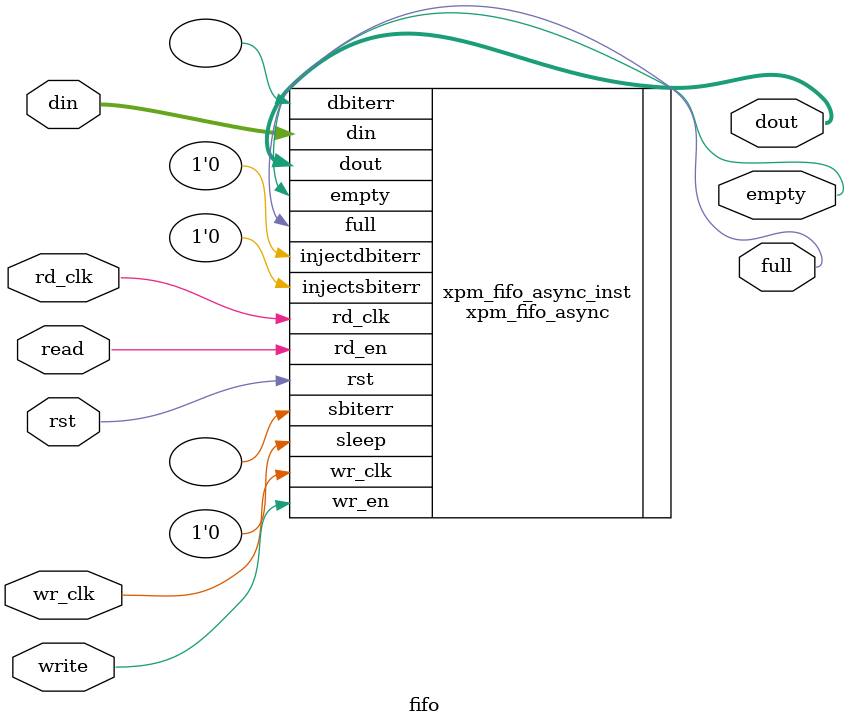
<source format=v>
`timescale 1ns / 1ps

module fifo #(
    parameter DEPTH=16,
    parameter WIDTH=32,
    parameter IS_ASYNC=0,
	parameter ADDR_WIDTH = log2(DEPTH),
    parameter FIFO_TYPE = (DEPTH*WIDTH > 32*32) ? "block" : "distributed"
    ) (
    input wr_clk,
    input [WIDTH-1:0] din,
    input write,
    output full, 
    output [WIDTH-1:0] dout,
    input read,
    output empty,
    input rd_clk,
    input rst
    );
    
    function integer log2(input integer x);
        integer i;
        if (x == 0)
            log2 = 0;
        else begin
            i = 0;
            while (x > (2**i)) begin
        i = i+1;
            end
            log2 = i;
        end
    endfunction
    
    xpm_fifo_async # (    
      .FIFO_MEMORY_TYPE          (FIFO_TYPE),        //string; "auto", "block", or "distributed";
      .ECC_MODE                  ("no_ecc"),         //string; "no_ecc" or "en_ecc";
      .RELATED_CLOCKS            (IS_ASYNC),         //positive integer; 0 or 1
      .FIFO_WRITE_DEPTH          (DEPTH),            //positive integer
      .WRITE_DATA_WIDTH          (WIDTH),            //positive integer
      .WR_DATA_COUNT_WIDTH       (ADDR_WIDTH),       //positive integer
      .PROG_FULL_THRESH          (10),               //positive integer
      .FULL_RESET_VALUE          (0),                //positive integer; 0 or 1
      .READ_MODE                 ("fwft"),           //string; "std" or "fwft";
      .FIFO_READ_LATENCY         (1),                //positive integer;
      .READ_DATA_WIDTH           (WIDTH),            //positive integer
      .RD_DATA_COUNT_WIDTH       (ADDR_WIDTH),       //positive integer
      .PROG_EMPTY_THRESH         (10),               //positive integer
      .DOUT_RESET_VALUE          ("0"),              //string
      .CDC_SYNC_STAGES           (2),                //positive integer
      .WAKEUP_TIME               (0)                 //positive integer; 0 or 2;
    ) xpm_fifo_async_inst (
       .rst              (rst),
      .wr_clk           (wr_clk),
      .wr_en            (write),
      .din              (din),
      .full             (full),
//    .overflow         (overflow),
//    .wr_rst_busy      (wr_rst_busy),
      .rd_clk           (rd_clk),
      .rd_en            (read),
      .dout             (dout),
      .empty            (empty),
//    .underflow        (underflow),
//    .rd_rst_busy      (rd_rst_busy),
//    .prog_full        (prog_full),
//    .wr_data_count    (wr_data_count),
//    .prog_empty       (prog_empty),
//    .rd_data_count    (rd_data_count),
      .sleep            (1'b0),
      .injectsbiterr    (1'b0),
      .injectdbiterr    (1'b0),
      .sbiterr          (),
      .dbiterr          ()
    );
            
endmodule

// 67d7842dbbe25473c3c32b93c0da8047785f30d78e8a024de1b57352245f9689

</source>
